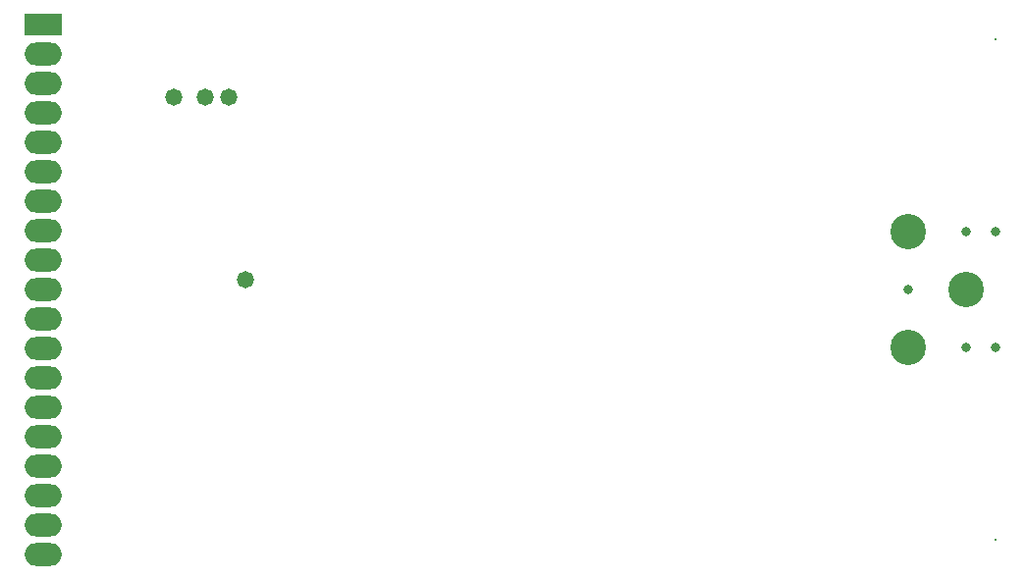
<source format=gbr>
%TF.GenerationSoftware,Altium Limited,Altium Designer,24.1.2 (44)*%
G04 Layer_Color=16711935*
%FSLAX45Y45*%
%MOMM*%
%TF.SameCoordinates,081E4AA9-6FF8-4DA1-966E-1EA6E075E410*%
%TF.FilePolarity,Negative*%
%TF.FileFunction,Soldermask,Bot*%
%TF.Part,Single*%
G01*
G75*
%TA.AperFunction,WasherPad*%
%ADD31C,0.20320*%
%TA.AperFunction,ComponentPad*%
%ADD32C,3.05320*%
%ADD33C,0.80320*%
%ADD34R,3.20320X1.98320*%
%ADD35O,3.20320X1.98320*%
%TA.AperFunction,ViaPad*%
%ADD36C,1.47320*%
D31*
X8509000Y381000D02*
D03*
Y4699000D02*
D03*
D32*
X8255000Y2540000D02*
D03*
X7755000Y3040000D02*
D03*
Y2040000D02*
D03*
D33*
X8505000D02*
D03*
X8255000D02*
D03*
X8505000Y3040000D02*
D03*
X8255000D02*
D03*
X7755000Y2540000D02*
D03*
D34*
X292100Y4826000D02*
D03*
D35*
Y4572000D02*
D03*
Y4318000D02*
D03*
Y4064000D02*
D03*
Y3810000D02*
D03*
Y3556000D02*
D03*
Y3302000D02*
D03*
Y3048000D02*
D03*
Y2794000D02*
D03*
Y2540000D02*
D03*
Y2286000D02*
D03*
Y2032000D02*
D03*
Y1778000D02*
D03*
Y1524000D02*
D03*
Y1270000D02*
D03*
Y1016000D02*
D03*
Y762000D02*
D03*
Y508000D02*
D03*
Y254000D02*
D03*
D36*
X1892300Y4203700D02*
D03*
X1422400D02*
D03*
X1689100D02*
D03*
X2038500Y2628900D02*
D03*
%TF.MD5,979f15343ee40588b464fa83015daf84*%
M02*

</source>
